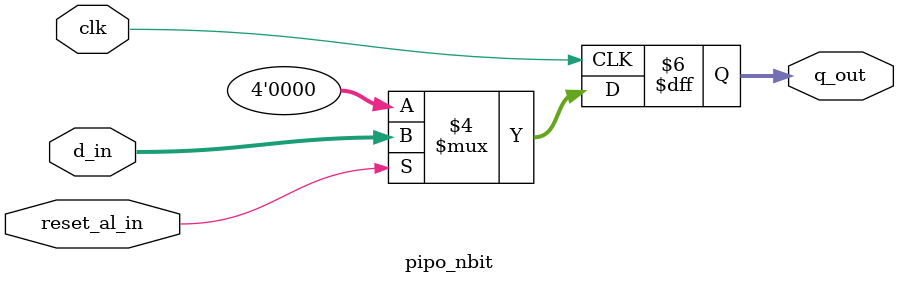
<source format=v>
module pipo_nbit #(parameter N=4)(d_in, q_out, clk, reset_al_in);

input clk;
input reset_al_in;
input  [N-1:0] d_in;
output reg [N-1:0] q_out;

always@(posedge clk)
	
	if (~reset_al_in)
		q_out <= 0;
	else
		q_out <= d_in;
endmodule

/*test: it check if it the same as the one without clk else if in synthesis not simulation*/
/*
module pipo_nbit_test #(parameter N=16)(d_in, q_out, clk, reset_al_in);

input clk;
input reset_al_in;
input  [N-1:0] d_in;
output reg [N-1:0] q_out;

always@(posedge clk) begin
	
	if (~reset_al_in)
		q_out <= 0;
	else if(clk)
		q_out <= d_in;
	
	
	end
endmodule
*/

</source>
